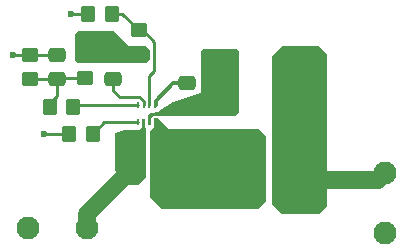
<source format=gbr>
G04 #@! TF.GenerationSoftware,KiCad,Pcbnew,9.0.2-9.0.2-0~ubuntu22.04.1*
G04 #@! TF.CreationDate,2025-06-26T23:22:32-04:00*
G04 #@! TF.ProjectId,6-13-2025_BuckConverter,362d3133-2d32-4303-9235-5f4275636b43,rev?*
G04 #@! TF.SameCoordinates,Original*
G04 #@! TF.FileFunction,Copper,L1,Top*
G04 #@! TF.FilePolarity,Positive*
%FSLAX46Y46*%
G04 Gerber Fmt 4.6, Leading zero omitted, Abs format (unit mm)*
G04 Created by KiCad (PCBNEW 9.0.2-9.0.2-0~ubuntu22.04.1) date 2025-06-26 23:22:32*
%MOMM*%
%LPD*%
G01*
G04 APERTURE LIST*
G04 Aperture macros list*
%AMRoundRect*
0 Rectangle with rounded corners*
0 $1 Rounding radius*
0 $2 $3 $4 $5 $6 $7 $8 $9 X,Y pos of 4 corners*
0 Add a 4 corners polygon primitive as box body*
4,1,4,$2,$3,$4,$5,$6,$7,$8,$9,$2,$3,0*
0 Add four circle primitives for the rounded corners*
1,1,$1+$1,$2,$3*
1,1,$1+$1,$4,$5*
1,1,$1+$1,$6,$7*
1,1,$1+$1,$8,$9*
0 Add four rect primitives between the rounded corners*
20,1,$1+$1,$2,$3,$4,$5,0*
20,1,$1+$1,$4,$5,$6,$7,0*
20,1,$1+$1,$6,$7,$8,$9,0*
20,1,$1+$1,$8,$9,$2,$3,0*%
G04 Aperture macros list end*
G04 #@! TA.AperFunction,ComponentPad*
%ADD10C,1.950000*%
G04 #@! TD*
G04 #@! TA.AperFunction,SMDPad,CuDef*
%ADD11RoundRect,0.250000X0.450000X-0.350000X0.450000X0.350000X-0.450000X0.350000X-0.450000X-0.350000X0*%
G04 #@! TD*
G04 #@! TA.AperFunction,SMDPad,CuDef*
%ADD12RoundRect,0.250000X0.337500X0.475000X-0.337500X0.475000X-0.337500X-0.475000X0.337500X-0.475000X0*%
G04 #@! TD*
G04 #@! TA.AperFunction,SMDPad,CuDef*
%ADD13RoundRect,0.250000X0.350000X0.450000X-0.350000X0.450000X-0.350000X-0.450000X0.350000X-0.450000X0*%
G04 #@! TD*
G04 #@! TA.AperFunction,SMDPad,CuDef*
%ADD14RoundRect,0.250000X0.475000X-0.337500X0.475000X0.337500X-0.475000X0.337500X-0.475000X-0.337500X0*%
G04 #@! TD*
G04 #@! TA.AperFunction,SMDPad,CuDef*
%ADD15RoundRect,0.250000X-0.475000X0.337500X-0.475000X-0.337500X0.475000X-0.337500X0.475000X0.337500X0*%
G04 #@! TD*
G04 #@! TA.AperFunction,SMDPad,CuDef*
%ADD16RoundRect,0.250000X-0.350000X-0.450000X0.350000X-0.450000X0.350000X0.450000X-0.350000X0.450000X0*%
G04 #@! TD*
G04 #@! TA.AperFunction,SMDPad,CuDef*
%ADD17R,0.228600X0.508000*%
G04 #@! TD*
G04 #@! TA.AperFunction,SMDPad,CuDef*
%ADD18RoundRect,0.250000X-0.337500X-0.475000X0.337500X-0.475000X0.337500X0.475000X-0.337500X0.475000X0*%
G04 #@! TD*
G04 #@! TA.AperFunction,SMDPad,CuDef*
%ADD19RoundRect,0.250000X-0.450000X0.350000X-0.450000X-0.350000X0.450000X-0.350000X0.450000X0.350000X0*%
G04 #@! TD*
G04 #@! TA.AperFunction,SMDPad,CuDef*
%ADD20R,2.350000X3.500000*%
G04 #@! TD*
G04 #@! TA.AperFunction,ViaPad*
%ADD21C,0.600000*%
G04 #@! TD*
G04 #@! TA.AperFunction,Conductor*
%ADD22C,1.500000*%
G04 #@! TD*
G04 #@! TA.AperFunction,Conductor*
%ADD23C,0.250000*%
G04 #@! TD*
G04 #@! TA.AperFunction,Conductor*
%ADD24C,0.300000*%
G04 #@! TD*
G04 APERTURE END LIST*
D10*
X137025000Y-71315000D03*
X137025000Y-66315000D03*
D11*
X106985000Y-56285000D03*
X106985000Y-58285000D03*
D12*
X128425000Y-66855000D03*
X126350000Y-66855000D03*
D13*
X112315000Y-62935000D03*
X110315000Y-62935000D03*
D14*
X114075000Y-58325000D03*
X114075000Y-56250000D03*
D15*
X120325000Y-58697500D03*
X120325000Y-60772500D03*
D16*
X111955000Y-52795000D03*
X113955000Y-52795000D03*
D17*
X116116499Y-61953501D03*
X116616500Y-61953501D03*
X117116500Y-61953501D03*
X117616501Y-61953501D03*
X117616501Y-60556501D03*
X117116500Y-60556501D03*
X116616500Y-60556501D03*
X116116499Y-60556501D03*
D11*
X111675000Y-58275000D03*
X111675000Y-56275000D03*
D18*
X115990000Y-65605000D03*
X118065000Y-65605000D03*
D19*
X116205000Y-54205000D03*
X116205000Y-56205000D03*
D14*
X109315000Y-58352500D03*
X109315000Y-56277500D03*
D18*
X115990000Y-63505000D03*
X118065000Y-63505000D03*
D10*
X111845000Y-70905000D03*
X106845000Y-70905000D03*
D12*
X128425000Y-64455000D03*
X126350000Y-64455000D03*
D20*
X123025000Y-58250000D03*
X129075000Y-58250000D03*
D13*
X110675000Y-60675000D03*
X108675000Y-60675000D03*
D21*
X110445000Y-52775000D03*
X114600000Y-65300000D03*
X120935000Y-63305000D03*
X119685000Y-63305000D03*
X120935000Y-65805000D03*
X119685000Y-68305000D03*
X113960000Y-54915000D03*
X122185000Y-63305000D03*
X124685000Y-68305000D03*
X120935000Y-64555000D03*
X124685000Y-63305000D03*
X122185000Y-68305000D03*
X124685000Y-67055000D03*
X120935000Y-68305000D03*
X119685000Y-64555000D03*
X112840000Y-54905000D03*
X124685000Y-64555000D03*
X124685000Y-65805000D03*
X123435000Y-68305000D03*
X122185000Y-67055000D03*
X123435000Y-67055000D03*
X120935000Y-67055000D03*
X119685000Y-67055000D03*
X123435000Y-63305000D03*
X123435000Y-64555000D03*
X123435000Y-65805000D03*
X122185000Y-65805000D03*
X122185000Y-64555000D03*
X119685000Y-65805000D03*
X111730000Y-54915000D03*
X128405000Y-68275000D03*
X105585000Y-56285000D03*
X129945000Y-68275000D03*
X108195000Y-62995000D03*
D22*
X111845000Y-69750000D02*
X115990000Y-65605000D01*
D23*
X111935000Y-52775000D02*
X111955000Y-52795000D01*
D22*
X111845000Y-70905000D02*
X111845000Y-69750000D01*
D23*
X110445000Y-52775000D02*
X111935000Y-52775000D01*
X106985000Y-56285000D02*
X109307500Y-56285000D01*
X109307500Y-56285000D02*
X109315000Y-56277500D01*
X108255000Y-62935000D02*
X110315000Y-62935000D01*
D22*
X128425000Y-66855000D02*
X136485000Y-66855000D01*
D23*
X108195000Y-62995000D02*
X108255000Y-62935000D01*
D22*
X136485000Y-66855000D02*
X137025000Y-66315000D01*
D23*
X105585000Y-56285000D02*
X106985000Y-56285000D01*
D24*
X119152500Y-58697500D02*
X117681800Y-60168200D01*
X120325000Y-58697500D02*
X119152500Y-58697500D01*
X117681800Y-60168200D02*
X117681800Y-60556501D01*
D23*
X116616500Y-60556501D02*
X116616500Y-60183500D01*
X116258000Y-59825000D02*
X114585000Y-59825000D01*
X114075000Y-59305000D02*
X114075000Y-58325000D01*
X114585000Y-59815000D02*
X114075000Y-59305000D01*
X116616500Y-60183500D02*
X116258000Y-59825000D01*
X114585000Y-59825000D02*
X114585000Y-59815000D01*
X106985000Y-58285000D02*
X109247500Y-58285000D01*
X109315000Y-59745000D02*
X109315000Y-58352500D01*
X109247500Y-58285000D02*
X109315000Y-58352500D01*
X109392500Y-58275000D02*
X109315000Y-58352500D01*
X108675000Y-60385000D02*
X109315000Y-59745000D01*
X111675000Y-58275000D02*
X109392500Y-58275000D01*
X108675000Y-60675000D02*
X108675000Y-60385000D01*
X116585000Y-54205000D02*
X117545000Y-55165000D01*
X117545000Y-55165000D02*
X117545000Y-57605000D01*
X116205000Y-54205000D02*
X116585000Y-54205000D01*
X114795000Y-52795000D02*
X116205000Y-54205000D01*
X117545000Y-57605000D02*
X117116500Y-58033500D01*
X117116500Y-58033500D02*
X117116500Y-60556501D01*
X113955000Y-52795000D02*
X114795000Y-52795000D01*
X113296499Y-61953501D02*
X112315000Y-62935000D01*
X116116499Y-61953501D02*
X113296499Y-61953501D01*
X116116499Y-60556501D02*
X110793499Y-60556501D01*
X110793499Y-60556501D02*
X110675000Y-60675000D01*
G04 #@! TA.AperFunction,Conductor*
G36*
X124498368Y-55748368D02*
G01*
X124731632Y-55981632D01*
X124735000Y-55989764D01*
X124735000Y-61110236D01*
X124731632Y-61118368D01*
X124408368Y-61441632D01*
X124400236Y-61445000D01*
X117445000Y-61445000D01*
X117225000Y-61665000D01*
X117225000Y-62193500D01*
X117221632Y-62201632D01*
X117213500Y-62205000D01*
X117016500Y-62205000D01*
X117008368Y-62201632D01*
X117005000Y-62193500D01*
X117005000Y-61409764D01*
X117008368Y-61401632D01*
X117222220Y-61187779D01*
X117228900Y-61184504D01*
X117855000Y-61105000D01*
X117955000Y-61045000D01*
X119083563Y-60256004D01*
X119086668Y-60254471D01*
X121515000Y-59485000D01*
X121515000Y-55979764D01*
X121518368Y-55971632D01*
X121741632Y-55748368D01*
X121749764Y-55745000D01*
X124490236Y-55745000D01*
X124498368Y-55748368D01*
G37*
G04 #@! TD.AperFunction*
G04 #@! TA.AperFunction,Conductor*
G36*
X116721632Y-61708368D02*
G01*
X116725000Y-61716500D01*
X116725000Y-62375000D01*
X116841632Y-62491632D01*
X116845000Y-62499763D01*
X116845000Y-66600236D01*
X116841632Y-66608368D01*
X116188368Y-67261632D01*
X116180236Y-67265000D01*
X115489764Y-67265000D01*
X115481632Y-67261632D01*
X114208337Y-65988337D01*
X114204969Y-65980280D01*
X114185053Y-62913279D01*
X114188369Y-62905127D01*
X114192833Y-62902325D01*
X115003193Y-62625616D01*
X115006909Y-62625000D01*
X116264998Y-62625000D01*
X116265000Y-62625000D01*
X116505000Y-62385000D01*
X116505000Y-61716500D01*
X116508368Y-61708368D01*
X116516500Y-61705000D01*
X116713500Y-61705000D01*
X116721632Y-61708368D01*
G37*
G04 #@! TD.AperFunction*
G04 #@! TA.AperFunction,Conductor*
G36*
X131438368Y-55518368D02*
G01*
X132121632Y-56201632D01*
X132125000Y-56209764D01*
X132125000Y-69050236D01*
X132121632Y-69058368D01*
X131458368Y-69721632D01*
X131450236Y-69725000D01*
X128269764Y-69725000D01*
X128261632Y-69721632D01*
X127538368Y-68998368D01*
X127535000Y-68990236D01*
X127535000Y-56349764D01*
X127538368Y-56341632D01*
X128361632Y-55518368D01*
X128369764Y-55515000D01*
X131430236Y-55515000D01*
X131438368Y-55518368D01*
G37*
G04 #@! TD.AperFunction*
G04 #@! TA.AperFunction,Conductor*
G36*
X117833868Y-61653868D02*
G01*
X118765000Y-62585000D01*
X126410236Y-62585000D01*
X126418368Y-62588368D01*
X127021632Y-63191632D01*
X127025000Y-63199764D01*
X127025000Y-68640236D01*
X127021632Y-68648368D01*
X126388368Y-69281632D01*
X126380236Y-69285000D01*
X118079764Y-69285000D01*
X118071632Y-69281632D01*
X117178368Y-68388368D01*
X117175000Y-68380236D01*
X117175000Y-62719763D01*
X117178367Y-62711632D01*
X117505000Y-62385000D01*
X117505000Y-61680384D01*
X117508368Y-61672252D01*
X117526752Y-61653868D01*
X117534884Y-61650500D01*
X117825736Y-61650500D01*
X117833868Y-61653868D01*
G37*
G04 #@! TD.AperFunction*
G04 #@! TA.AperFunction,Conductor*
G36*
X114118368Y-54278368D02*
G01*
X115335000Y-55495000D01*
X116792285Y-55495000D01*
X116797428Y-55496214D01*
X116833330Y-55514165D01*
X116836319Y-55516319D01*
X117181632Y-55861632D01*
X117185000Y-55869764D01*
X117185000Y-56650236D01*
X117181632Y-56658368D01*
X116908368Y-56931632D01*
X116900236Y-56935000D01*
X111029764Y-56935000D01*
X111021632Y-56931632D01*
X110778368Y-56688368D01*
X110775000Y-56680236D01*
X110775000Y-54579764D01*
X110778368Y-54571632D01*
X111071632Y-54278368D01*
X111079764Y-54275000D01*
X114110236Y-54275000D01*
X114118368Y-54278368D01*
G37*
G04 #@! TD.AperFunction*
M02*

</source>
